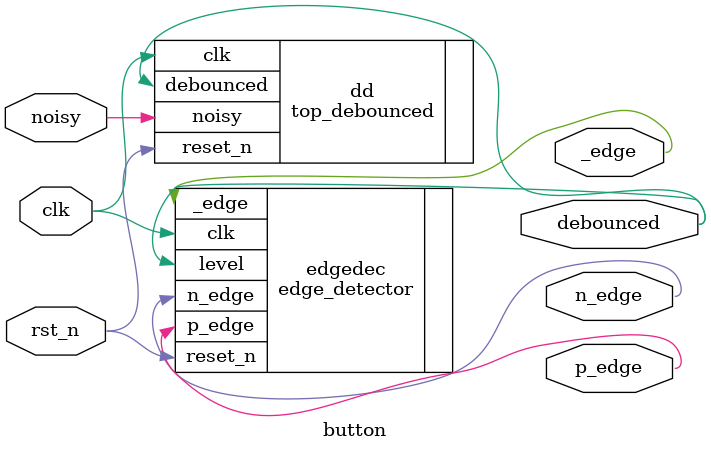
<source format=v>
`timescale 1ns / 1ps


module button(
input clk,rst_n,
input noisy,
output debounced,
output p_edge, n_edge, _edge
    );
    
    top_debounced dd (
    .clk(clk),
    .reset_n(rst_n),
    .noisy(noisy),
    .debounced(debounced)
    );
    
    edge_detector edgedec(
    .clk(clk),
    .reset_n(rst_n),
    .level(debounced),
    .p_edge(p_edge),
    .n_edge(n_edge),
    ._edge(_edge)
    );
    
endmodule

</source>
